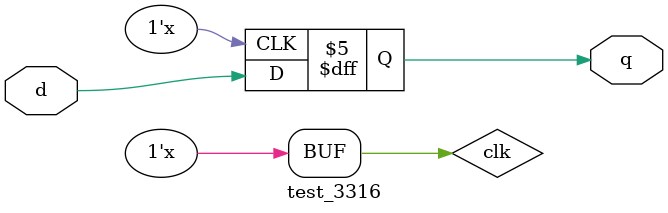
<source format=sv>

module test_3316 (
`ifdef TEST_CLK_EXTERNAL
    input  logic clk,
`endif
    input  logic d,
    output logic q
);

`ifndef TEST_CLK_EXTERNAL
  // Clocking
  bit clk;
  initial clk = 0;
  always #5 clk = ~clk;
`endif

  always_ff @(posedge clk) begin : proc_dff
    q <= d;
  end

endmodule : test_3316

</source>
